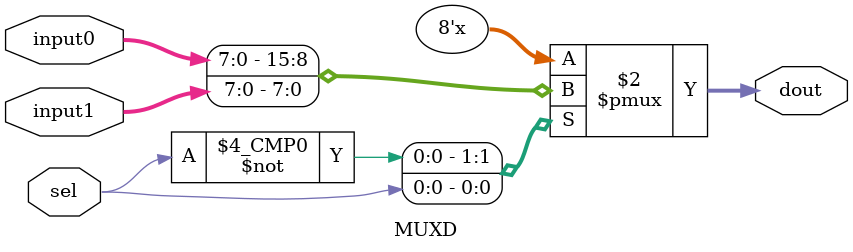
<source format=v>
`timescale 1ns / 1ps


module MUXD (
	input [7:0] input0,
	input [7:0] input1,
	input sel,
	output reg [7:0]  dout
	);
	
	always @ (sel or input0 or input1) begin
		case(sel)
			1'b0: dout <= input0;
			1'b1: dout <= input1;
		endcase
	end
endmodule
</source>
